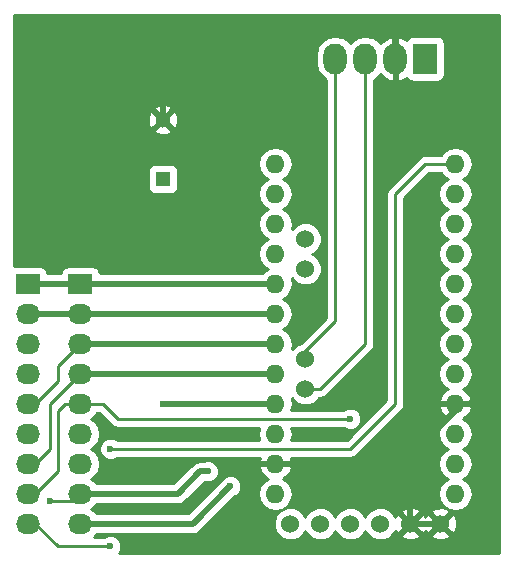
<source format=gbr>
G04 #@! TF.FileFunction,Copper,L2,Bot,Signal*
%FSLAX46Y46*%
G04 Gerber Fmt 4.6, Leading zero omitted, Abs format (unit mm)*
G04 Created by KiCad (PCBNEW 4.0.2-4+6225~38~ubuntu15.10.1-stable) date Mon 06 Jun 2016 09:20:46 PM EDT*
%MOMM*%
G01*
G04 APERTURE LIST*
%ADD10C,0.100000*%
%ADD11R,1.300000X1.300000*%
%ADD12C,1.300000*%
%ADD13R,2.000000X2.600000*%
%ADD14O,2.000000X2.600000*%
%ADD15R,2.032000X1.727200*%
%ADD16O,2.032000X1.727200*%
%ADD17O,1.600000X1.600000*%
%ADD18C,1.524000*%
%ADD19C,0.600000*%
%ADD20C,0.508000*%
%ADD21C,0.250000*%
%ADD22C,0.254000*%
G04 APERTURE END LIST*
D10*
D11*
X131445000Y-106045000D03*
D12*
X131445000Y-101045000D03*
D13*
X153670000Y-95885000D03*
D14*
X151130000Y-95885000D03*
X148590000Y-95885000D03*
X146050000Y-95885000D03*
D15*
X124460000Y-114935000D03*
D16*
X124460000Y-117475000D03*
X124460000Y-120015000D03*
X124460000Y-122555000D03*
X124460000Y-125095000D03*
X124460000Y-127635000D03*
X124460000Y-130175000D03*
X124460000Y-132715000D03*
X124460000Y-135255000D03*
D15*
X120015000Y-114935000D03*
D16*
X120015000Y-117475000D03*
X120015000Y-120015000D03*
X120015000Y-122555000D03*
X120015000Y-125095000D03*
X120015000Y-127635000D03*
X120015000Y-130175000D03*
X120015000Y-132715000D03*
X120015000Y-135255000D03*
D17*
X156210000Y-132715000D03*
X156210000Y-130175000D03*
X156210000Y-127635000D03*
X156210000Y-125095000D03*
X156210000Y-122555000D03*
X156210000Y-120015000D03*
X156210000Y-117475000D03*
X156210000Y-114935000D03*
X156210000Y-112395000D03*
X156210000Y-109855000D03*
X156210000Y-107315000D03*
X156210000Y-104775000D03*
X140970000Y-104775000D03*
X140970000Y-107315000D03*
X140970000Y-109855000D03*
X140970000Y-112395000D03*
X140970000Y-114935000D03*
X140970000Y-117475000D03*
X140970000Y-120015000D03*
X140970000Y-122555000D03*
X140970000Y-125095000D03*
X140970000Y-127635000D03*
X140970000Y-130175000D03*
X140970000Y-132715000D03*
D18*
X154940000Y-135255000D03*
X152400000Y-135255000D03*
X149860000Y-135255000D03*
X147320000Y-135255000D03*
X144780000Y-135255000D03*
X142240000Y-135255000D03*
X143510000Y-111125000D03*
X143510000Y-113665000D03*
X143510000Y-121285000D03*
X143510000Y-123825000D03*
D19*
X131445000Y-125095000D03*
X147320000Y-126365000D03*
X127000000Y-128905000D03*
X127000000Y-137160000D03*
X121920000Y-133350000D03*
X135255000Y-130810000D03*
X137160000Y-132080000D03*
D20*
X140970000Y-125095000D02*
X131445000Y-125095000D01*
X131445000Y-101045000D02*
X131445000Y-95885000D01*
X134620000Y-92710000D02*
X153035000Y-92710000D01*
X131445000Y-95885000D02*
X134620000Y-92710000D01*
X151130000Y-95885000D02*
X151130000Y-93345000D01*
X157480000Y-125095000D02*
X156210000Y-125095000D01*
X158750000Y-123825000D02*
X157480000Y-125095000D01*
X158750000Y-93980000D02*
X158750000Y-123825000D01*
X157480000Y-92710000D02*
X158750000Y-93980000D01*
X151765000Y-92710000D02*
X153035000Y-92710000D01*
X153035000Y-92710000D02*
X157480000Y-92710000D01*
X151130000Y-93345000D02*
X151765000Y-92710000D01*
X156210000Y-125095000D02*
X156210000Y-125730000D01*
X156210000Y-125730000D02*
X151765000Y-130175000D01*
X140970000Y-130175000D02*
X151765000Y-130175000D01*
X152400000Y-130810000D02*
X152400000Y-135255000D01*
X151765000Y-130175000D02*
X152400000Y-130810000D01*
X152400000Y-135255000D02*
X154940000Y-135255000D01*
D21*
X143510000Y-123825000D02*
X144780000Y-123825000D01*
X148590000Y-120015000D02*
X148590000Y-95885000D01*
X144780000Y-123825000D02*
X148590000Y-120015000D01*
X143510000Y-121285000D02*
X143510000Y-120650000D01*
X143510000Y-120650000D02*
X146050000Y-118110000D01*
X146050000Y-118110000D02*
X146050000Y-95885000D01*
D20*
X124460000Y-114935000D02*
X140970000Y-114935000D01*
X120015000Y-114935000D02*
X124460000Y-114935000D01*
X124460000Y-117475000D02*
X140970000Y-117475000D01*
X120015000Y-117475000D02*
X124460000Y-117475000D01*
D21*
X120015000Y-125095000D02*
X120650000Y-125095000D01*
X120650000Y-125095000D02*
X122555000Y-123190000D01*
X122555000Y-123190000D02*
X122555000Y-121920000D01*
X122555000Y-121920000D02*
X124460000Y-120015000D01*
D20*
X140970000Y-120015000D02*
X124460000Y-120015000D01*
D21*
X120015000Y-130175000D02*
X120650000Y-130175000D01*
X120650000Y-130175000D02*
X121920000Y-128905000D01*
X121920000Y-128905000D02*
X121920000Y-125095000D01*
X121920000Y-125095000D02*
X124460000Y-122555000D01*
D20*
X124460000Y-122555000D02*
X140970000Y-122555000D01*
D21*
X124460000Y-125095000D02*
X126365000Y-125095000D01*
X127635000Y-126365000D02*
X147320000Y-126365000D01*
X126365000Y-125095000D02*
X127635000Y-126365000D01*
X120015000Y-132715000D02*
X120650000Y-132715000D01*
X120650000Y-132715000D02*
X122555000Y-130810000D01*
X122555000Y-130810000D02*
X122555000Y-125730000D01*
X122555000Y-125730000D02*
X123190000Y-125095000D01*
X123190000Y-125095000D02*
X124460000Y-125095000D01*
X156210000Y-104775000D02*
X153670000Y-104775000D01*
X151130000Y-107315000D02*
X153670000Y-104775000D01*
X151130000Y-125095000D02*
X151130000Y-107315000D01*
X147320000Y-128905000D02*
X151130000Y-125095000D01*
X147320000Y-128905000D02*
X127000000Y-128905000D01*
X120015000Y-135255000D02*
X120650000Y-135255000D01*
X120650000Y-135255000D02*
X122555000Y-137160000D01*
X122555000Y-137160000D02*
X127000000Y-137160000D01*
X121920000Y-133350000D02*
X123825000Y-133350000D01*
X123825000Y-133350000D02*
X124460000Y-132715000D01*
D20*
X124460000Y-132715000D02*
X132715000Y-132715000D01*
X134620000Y-130810000D02*
X135255000Y-130810000D01*
X132715000Y-132715000D02*
X134620000Y-130810000D01*
X124460000Y-135255000D02*
X133985000Y-135255000D01*
X133985000Y-135255000D02*
X137160000Y-132080000D01*
D22*
G36*
X159945000Y-137720000D02*
X127762467Y-137720000D01*
X127792192Y-137690327D01*
X127934838Y-137346799D01*
X127935162Y-136974833D01*
X127793117Y-136631057D01*
X127530327Y-136367808D01*
X127186799Y-136225162D01*
X126814833Y-136224838D01*
X126471057Y-136366883D01*
X126437882Y-136400000D01*
X125576710Y-136400000D01*
X125704415Y-136314670D01*
X125818453Y-136144000D01*
X133985000Y-136144000D01*
X134325206Y-136076329D01*
X134613618Y-135883618D01*
X137578474Y-132918762D01*
X137688943Y-132873117D01*
X137847336Y-132715000D01*
X139506887Y-132715000D01*
X139616120Y-133264151D01*
X139927189Y-133729698D01*
X140392736Y-134040767D01*
X140941887Y-134150000D01*
X140998113Y-134150000D01*
X141495505Y-134051062D01*
X141449697Y-134069990D01*
X141056371Y-134462630D01*
X140843243Y-134975900D01*
X140842758Y-135531661D01*
X141054990Y-136045303D01*
X141447630Y-136438629D01*
X141960900Y-136651757D01*
X142516661Y-136652242D01*
X143030303Y-136440010D01*
X143423629Y-136047370D01*
X143509949Y-135839488D01*
X143594990Y-136045303D01*
X143987630Y-136438629D01*
X144500900Y-136651757D01*
X145056661Y-136652242D01*
X145570303Y-136440010D01*
X145963629Y-136047370D01*
X146049949Y-135839488D01*
X146134990Y-136045303D01*
X146527630Y-136438629D01*
X147040900Y-136651757D01*
X147596661Y-136652242D01*
X148110303Y-136440010D01*
X148503629Y-136047370D01*
X148589949Y-135839488D01*
X148674990Y-136045303D01*
X149067630Y-136438629D01*
X149580900Y-136651757D01*
X150136661Y-136652242D01*
X150650303Y-136440010D01*
X150855457Y-136235213D01*
X151599392Y-136235213D01*
X151668857Y-136477397D01*
X152192302Y-136664144D01*
X152747368Y-136636362D01*
X153131143Y-136477397D01*
X153200608Y-136235213D01*
X154139392Y-136235213D01*
X154208857Y-136477397D01*
X154732302Y-136664144D01*
X155287368Y-136636362D01*
X155671143Y-136477397D01*
X155740608Y-136235213D01*
X154940000Y-135434605D01*
X154139392Y-136235213D01*
X153200608Y-136235213D01*
X152400000Y-135434605D01*
X151599392Y-136235213D01*
X150855457Y-136235213D01*
X151043629Y-136047370D01*
X151123395Y-135855273D01*
X151177603Y-135986143D01*
X151419787Y-136055608D01*
X152220395Y-135255000D01*
X152579605Y-135255000D01*
X153380213Y-136055608D01*
X153622397Y-135986143D01*
X153666453Y-135862656D01*
X153717603Y-135986143D01*
X153959787Y-136055608D01*
X154760395Y-135255000D01*
X155119605Y-135255000D01*
X155920213Y-136055608D01*
X156162397Y-135986143D01*
X156349144Y-135462698D01*
X156321362Y-134907632D01*
X156162397Y-134523857D01*
X155920213Y-134454392D01*
X155119605Y-135255000D01*
X154760395Y-135255000D01*
X153959787Y-134454392D01*
X153717603Y-134523857D01*
X153673547Y-134647344D01*
X153622397Y-134523857D01*
X153380213Y-134454392D01*
X152579605Y-135255000D01*
X152220395Y-135255000D01*
X151419787Y-134454392D01*
X151177603Y-134523857D01*
X151127491Y-134664318D01*
X151045010Y-134464697D01*
X150855432Y-134274787D01*
X151599392Y-134274787D01*
X152400000Y-135075395D01*
X153200608Y-134274787D01*
X154139392Y-134274787D01*
X154940000Y-135075395D01*
X155740608Y-134274787D01*
X155675950Y-134049363D01*
X156181887Y-134150000D01*
X156238113Y-134150000D01*
X156787264Y-134040767D01*
X157252811Y-133729698D01*
X157563880Y-133264151D01*
X157673113Y-132715000D01*
X157563880Y-132165849D01*
X157252811Y-131700302D01*
X156870725Y-131445000D01*
X157252811Y-131189698D01*
X157563880Y-130724151D01*
X157673113Y-130175000D01*
X157563880Y-129625849D01*
X157252811Y-129160302D01*
X156870725Y-128905000D01*
X157252811Y-128649698D01*
X157563880Y-128184151D01*
X157673113Y-127635000D01*
X157563880Y-127085849D01*
X157252811Y-126620302D01*
X156848297Y-126350014D01*
X157065134Y-126247389D01*
X157441041Y-125832423D01*
X157601904Y-125444039D01*
X157479915Y-125222000D01*
X156337000Y-125222000D01*
X156337000Y-125242000D01*
X156083000Y-125242000D01*
X156083000Y-125222000D01*
X154940085Y-125222000D01*
X154818096Y-125444039D01*
X154978959Y-125832423D01*
X155354866Y-126247389D01*
X155571703Y-126350014D01*
X155167189Y-126620302D01*
X154856120Y-127085849D01*
X154746887Y-127635000D01*
X154856120Y-128184151D01*
X155167189Y-128649698D01*
X155549275Y-128905000D01*
X155167189Y-129160302D01*
X154856120Y-129625849D01*
X154746887Y-130175000D01*
X154856120Y-130724151D01*
X155167189Y-131189698D01*
X155549275Y-131445000D01*
X155167189Y-131700302D01*
X154856120Y-132165849D01*
X154746887Y-132715000D01*
X154856120Y-133264151D01*
X155167189Y-133729698D01*
X155562520Y-133993850D01*
X155147698Y-133845856D01*
X154592632Y-133873638D01*
X154208857Y-134032603D01*
X154139392Y-134274787D01*
X153200608Y-134274787D01*
X153131143Y-134032603D01*
X152607698Y-133845856D01*
X152052632Y-133873638D01*
X151668857Y-134032603D01*
X151599392Y-134274787D01*
X150855432Y-134274787D01*
X150652370Y-134071371D01*
X150139100Y-133858243D01*
X149583339Y-133857758D01*
X149069697Y-134069990D01*
X148676371Y-134462630D01*
X148590051Y-134670512D01*
X148505010Y-134464697D01*
X148112370Y-134071371D01*
X147599100Y-133858243D01*
X147043339Y-133857758D01*
X146529697Y-134069990D01*
X146136371Y-134462630D01*
X146050051Y-134670512D01*
X145965010Y-134464697D01*
X145572370Y-134071371D01*
X145059100Y-133858243D01*
X144503339Y-133857758D01*
X143989697Y-134069990D01*
X143596371Y-134462630D01*
X143510051Y-134670512D01*
X143425010Y-134464697D01*
X143032370Y-134071371D01*
X142519100Y-133858243D01*
X141963339Y-133857758D01*
X141590759Y-134011705D01*
X142012811Y-133729698D01*
X142323880Y-133264151D01*
X142433113Y-132715000D01*
X142323880Y-132165849D01*
X142012811Y-131700302D01*
X141608297Y-131430014D01*
X141825134Y-131327389D01*
X142201041Y-130912423D01*
X142361904Y-130524039D01*
X142239915Y-130302000D01*
X141097000Y-130302000D01*
X141097000Y-130322000D01*
X140843000Y-130322000D01*
X140843000Y-130302000D01*
X139700085Y-130302000D01*
X139578096Y-130524039D01*
X139738959Y-130912423D01*
X140114866Y-131327389D01*
X140331703Y-131430014D01*
X139927189Y-131700302D01*
X139616120Y-132165849D01*
X139506887Y-132715000D01*
X137847336Y-132715000D01*
X137952192Y-132610327D01*
X138094838Y-132266799D01*
X138095162Y-131894833D01*
X137953117Y-131551057D01*
X137690327Y-131287808D01*
X137346799Y-131145162D01*
X136974833Y-131144838D01*
X136631057Y-131286883D01*
X136367808Y-131549673D01*
X136321451Y-131661313D01*
X133616764Y-134366000D01*
X125818453Y-134366000D01*
X125704415Y-134195330D01*
X125389634Y-133985000D01*
X125704415Y-133774670D01*
X125818453Y-133604000D01*
X132715000Y-133604000D01*
X133055206Y-133536329D01*
X133343618Y-133343618D01*
X134979309Y-131707927D01*
X135068201Y-131744838D01*
X135440167Y-131745162D01*
X135783943Y-131603117D01*
X136047192Y-131340327D01*
X136189838Y-130996799D01*
X136190162Y-130624833D01*
X136048117Y-130281057D01*
X135785327Y-130017808D01*
X135441799Y-129875162D01*
X135069833Y-129874838D01*
X134958112Y-129921000D01*
X134620000Y-129921000D01*
X134279794Y-129988671D01*
X134000933Y-130175000D01*
X133991382Y-130181382D01*
X132346764Y-131826000D01*
X125818453Y-131826000D01*
X125704415Y-131655330D01*
X125389634Y-131445000D01*
X125704415Y-131234670D01*
X126029271Y-130748489D01*
X126143345Y-130175000D01*
X126029271Y-129601511D01*
X125704415Y-129115330D01*
X125389634Y-128905000D01*
X125704415Y-128694670D01*
X126029271Y-128208489D01*
X126143345Y-127635000D01*
X126029271Y-127061511D01*
X125704415Y-126575330D01*
X125389634Y-126365000D01*
X125704415Y-126154670D01*
X125904648Y-125855000D01*
X126050198Y-125855000D01*
X127097599Y-126902401D01*
X127344160Y-127067148D01*
X127635000Y-127125000D01*
X139608332Y-127125000D01*
X139506887Y-127635000D01*
X139608332Y-128145000D01*
X127562463Y-128145000D01*
X127530327Y-128112808D01*
X127186799Y-127970162D01*
X126814833Y-127969838D01*
X126471057Y-128111883D01*
X126207808Y-128374673D01*
X126065162Y-128718201D01*
X126064838Y-129090167D01*
X126206883Y-129433943D01*
X126469673Y-129697192D01*
X126813201Y-129839838D01*
X127185167Y-129840162D01*
X127528943Y-129698117D01*
X127562118Y-129665000D01*
X139644764Y-129665000D01*
X139578096Y-129825961D01*
X139700085Y-130048000D01*
X140843000Y-130048000D01*
X140843000Y-130028000D01*
X141097000Y-130028000D01*
X141097000Y-130048000D01*
X142239915Y-130048000D01*
X142361904Y-129825961D01*
X142295236Y-129665000D01*
X147320000Y-129665000D01*
X147610839Y-129607148D01*
X147857401Y-129442401D01*
X151667401Y-125632401D01*
X151832148Y-125385839D01*
X151890000Y-125095000D01*
X151890000Y-107629802D01*
X153984802Y-105535000D01*
X154997005Y-105535000D01*
X155167189Y-105789698D01*
X155549275Y-106045000D01*
X155167189Y-106300302D01*
X154856120Y-106765849D01*
X154746887Y-107315000D01*
X154856120Y-107864151D01*
X155167189Y-108329698D01*
X155549275Y-108585000D01*
X155167189Y-108840302D01*
X154856120Y-109305849D01*
X154746887Y-109855000D01*
X154856120Y-110404151D01*
X155167189Y-110869698D01*
X155549275Y-111125000D01*
X155167189Y-111380302D01*
X154856120Y-111845849D01*
X154746887Y-112395000D01*
X154856120Y-112944151D01*
X155167189Y-113409698D01*
X155549275Y-113665000D01*
X155167189Y-113920302D01*
X154856120Y-114385849D01*
X154746887Y-114935000D01*
X154856120Y-115484151D01*
X155167189Y-115949698D01*
X155549275Y-116205000D01*
X155167189Y-116460302D01*
X154856120Y-116925849D01*
X154746887Y-117475000D01*
X154856120Y-118024151D01*
X155167189Y-118489698D01*
X155549275Y-118745000D01*
X155167189Y-119000302D01*
X154856120Y-119465849D01*
X154746887Y-120015000D01*
X154856120Y-120564151D01*
X155167189Y-121029698D01*
X155549275Y-121285000D01*
X155167189Y-121540302D01*
X154856120Y-122005849D01*
X154746887Y-122555000D01*
X154856120Y-123104151D01*
X155167189Y-123569698D01*
X155571703Y-123839986D01*
X155354866Y-123942611D01*
X154978959Y-124357577D01*
X154818096Y-124745961D01*
X154940085Y-124968000D01*
X156083000Y-124968000D01*
X156083000Y-124948000D01*
X156337000Y-124948000D01*
X156337000Y-124968000D01*
X157479915Y-124968000D01*
X157601904Y-124745961D01*
X157441041Y-124357577D01*
X157065134Y-123942611D01*
X156848297Y-123839986D01*
X157252811Y-123569698D01*
X157563880Y-123104151D01*
X157673113Y-122555000D01*
X157563880Y-122005849D01*
X157252811Y-121540302D01*
X156870725Y-121285000D01*
X157252811Y-121029698D01*
X157563880Y-120564151D01*
X157673113Y-120015000D01*
X157563880Y-119465849D01*
X157252811Y-119000302D01*
X156870725Y-118745000D01*
X157252811Y-118489698D01*
X157563880Y-118024151D01*
X157673113Y-117475000D01*
X157563880Y-116925849D01*
X157252811Y-116460302D01*
X156870725Y-116205000D01*
X157252811Y-115949698D01*
X157563880Y-115484151D01*
X157673113Y-114935000D01*
X157563880Y-114385849D01*
X157252811Y-113920302D01*
X156870725Y-113665000D01*
X157252811Y-113409698D01*
X157563880Y-112944151D01*
X157673113Y-112395000D01*
X157563880Y-111845849D01*
X157252811Y-111380302D01*
X156870725Y-111125000D01*
X157252811Y-110869698D01*
X157563880Y-110404151D01*
X157673113Y-109855000D01*
X157563880Y-109305849D01*
X157252811Y-108840302D01*
X156870725Y-108585000D01*
X157252811Y-108329698D01*
X157563880Y-107864151D01*
X157673113Y-107315000D01*
X157563880Y-106765849D01*
X157252811Y-106300302D01*
X156870725Y-106045000D01*
X157252811Y-105789698D01*
X157563880Y-105324151D01*
X157673113Y-104775000D01*
X157563880Y-104225849D01*
X157252811Y-103760302D01*
X156787264Y-103449233D01*
X156238113Y-103340000D01*
X156181887Y-103340000D01*
X155632736Y-103449233D01*
X155167189Y-103760302D01*
X154997005Y-104015000D01*
X153670000Y-104015000D01*
X153427414Y-104063254D01*
X153379160Y-104072852D01*
X153132599Y-104237599D01*
X150592599Y-106777599D01*
X150427852Y-107024161D01*
X150370000Y-107315000D01*
X150370000Y-124780198D01*
X147005198Y-128145000D01*
X142331668Y-128145000D01*
X142433113Y-127635000D01*
X142331668Y-127125000D01*
X146757537Y-127125000D01*
X146789673Y-127157192D01*
X147133201Y-127299838D01*
X147505167Y-127300162D01*
X147848943Y-127158117D01*
X148112192Y-126895327D01*
X148254838Y-126551799D01*
X148255162Y-126179833D01*
X148113117Y-125836057D01*
X147850327Y-125572808D01*
X147506799Y-125430162D01*
X147134833Y-125429838D01*
X146791057Y-125571883D01*
X146757882Y-125605000D01*
X142331668Y-125605000D01*
X142433113Y-125095000D01*
X142340857Y-124631198D01*
X142717630Y-125008629D01*
X143230900Y-125221757D01*
X143786661Y-125222242D01*
X144300303Y-125010010D01*
X144693629Y-124617370D01*
X144707070Y-124585000D01*
X144780000Y-124585000D01*
X145070839Y-124527148D01*
X145317401Y-124362401D01*
X149127401Y-120552401D01*
X149292148Y-120305839D01*
X149350000Y-120015000D01*
X149350000Y-97643707D01*
X149746120Y-97379029D01*
X149873219Y-97188812D01*
X150063683Y-97430922D01*
X150621645Y-97744144D01*
X150749566Y-97775124D01*
X151003000Y-97655777D01*
X151003000Y-96012000D01*
X150983000Y-96012000D01*
X150983000Y-95758000D01*
X151003000Y-95758000D01*
X151003000Y-94114223D01*
X151257000Y-94114223D01*
X151257000Y-95758000D01*
X151277000Y-95758000D01*
X151277000Y-96012000D01*
X151257000Y-96012000D01*
X151257000Y-97655777D01*
X151510434Y-97775124D01*
X151638355Y-97744144D01*
X152106211Y-97481505D01*
X152205910Y-97636441D01*
X152418110Y-97781431D01*
X152670000Y-97832440D01*
X154670000Y-97832440D01*
X154905317Y-97788162D01*
X155121441Y-97649090D01*
X155266431Y-97436890D01*
X155317440Y-97185000D01*
X155317440Y-94585000D01*
X155273162Y-94349683D01*
X155134090Y-94133559D01*
X154921890Y-93988569D01*
X154670000Y-93937560D01*
X152670000Y-93937560D01*
X152434683Y-93981838D01*
X152218559Y-94120910D01*
X152104651Y-94287620D01*
X151638355Y-94025856D01*
X151510434Y-93994876D01*
X151257000Y-94114223D01*
X151003000Y-94114223D01*
X150749566Y-93994876D01*
X150621645Y-94025856D01*
X150063683Y-94339078D01*
X149873219Y-94581188D01*
X149746120Y-94390971D01*
X149215687Y-94036548D01*
X148590000Y-93912091D01*
X147964313Y-94036548D01*
X147433880Y-94390971D01*
X147320000Y-94561405D01*
X147206120Y-94390971D01*
X146675687Y-94036548D01*
X146050000Y-93912091D01*
X145424313Y-94036548D01*
X144893880Y-94390971D01*
X144539457Y-94921404D01*
X144415000Y-95547091D01*
X144415000Y-96222909D01*
X144539457Y-96848596D01*
X144893880Y-97379029D01*
X145290000Y-97643707D01*
X145290000Y-117795198D01*
X143172162Y-119913036D01*
X142719697Y-120099990D01*
X142341014Y-120478013D01*
X142433113Y-120015000D01*
X142323880Y-119465849D01*
X142012811Y-119000302D01*
X141630725Y-118745000D01*
X142012811Y-118489698D01*
X142323880Y-118024151D01*
X142433113Y-117475000D01*
X142323880Y-116925849D01*
X142012811Y-116460302D01*
X141630725Y-116205000D01*
X142012811Y-115949698D01*
X142323880Y-115484151D01*
X142433113Y-114935000D01*
X142340857Y-114471198D01*
X142717630Y-114848629D01*
X143230900Y-115061757D01*
X143786661Y-115062242D01*
X144300303Y-114850010D01*
X144693629Y-114457370D01*
X144906757Y-113944100D01*
X144907242Y-113388339D01*
X144695010Y-112874697D01*
X144302370Y-112481371D01*
X144094488Y-112395051D01*
X144300303Y-112310010D01*
X144693629Y-111917370D01*
X144906757Y-111404100D01*
X144907242Y-110848339D01*
X144695010Y-110334697D01*
X144302370Y-109941371D01*
X143789100Y-109728243D01*
X143233339Y-109727758D01*
X142719697Y-109939990D01*
X142341014Y-110318013D01*
X142433113Y-109855000D01*
X142323880Y-109305849D01*
X142012811Y-108840302D01*
X141630725Y-108585000D01*
X142012811Y-108329698D01*
X142323880Y-107864151D01*
X142433113Y-107315000D01*
X142323880Y-106765849D01*
X142012811Y-106300302D01*
X141630725Y-106045000D01*
X142012811Y-105789698D01*
X142323880Y-105324151D01*
X142433113Y-104775000D01*
X142323880Y-104225849D01*
X142012811Y-103760302D01*
X141547264Y-103449233D01*
X140998113Y-103340000D01*
X140941887Y-103340000D01*
X140392736Y-103449233D01*
X139927189Y-103760302D01*
X139616120Y-104225849D01*
X139506887Y-104775000D01*
X139616120Y-105324151D01*
X139927189Y-105789698D01*
X140309275Y-106045000D01*
X139927189Y-106300302D01*
X139616120Y-106765849D01*
X139506887Y-107315000D01*
X139616120Y-107864151D01*
X139927189Y-108329698D01*
X140309275Y-108585000D01*
X139927189Y-108840302D01*
X139616120Y-109305849D01*
X139506887Y-109855000D01*
X139616120Y-110404151D01*
X139927189Y-110869698D01*
X140309275Y-111125000D01*
X139927189Y-111380302D01*
X139616120Y-111845849D01*
X139506887Y-112395000D01*
X139616120Y-112944151D01*
X139927189Y-113409698D01*
X140309275Y-113665000D01*
X139927189Y-113920302D01*
X139843200Y-114046000D01*
X126118661Y-114046000D01*
X126079162Y-113836083D01*
X125940090Y-113619959D01*
X125727890Y-113474969D01*
X125476000Y-113423960D01*
X123444000Y-113423960D01*
X123208683Y-113468238D01*
X122992559Y-113607310D01*
X122847569Y-113819510D01*
X122801704Y-114046000D01*
X121673661Y-114046000D01*
X121634162Y-113836083D01*
X121495090Y-113619959D01*
X121282890Y-113474969D01*
X121031000Y-113423960D01*
X118999000Y-113423960D01*
X118820000Y-113457641D01*
X118820000Y-105395000D01*
X130147560Y-105395000D01*
X130147560Y-106695000D01*
X130191838Y-106930317D01*
X130330910Y-107146441D01*
X130543110Y-107291431D01*
X130795000Y-107342440D01*
X132095000Y-107342440D01*
X132330317Y-107298162D01*
X132546441Y-107159090D01*
X132691431Y-106946890D01*
X132742440Y-106695000D01*
X132742440Y-105395000D01*
X132698162Y-105159683D01*
X132559090Y-104943559D01*
X132346890Y-104798569D01*
X132095000Y-104747560D01*
X130795000Y-104747560D01*
X130559683Y-104791838D01*
X130343559Y-104930910D01*
X130198569Y-105143110D01*
X130147560Y-105395000D01*
X118820000Y-105395000D01*
X118820000Y-101944016D01*
X130725590Y-101944016D01*
X130781271Y-102174611D01*
X131264078Y-102342622D01*
X131774428Y-102313083D01*
X132108729Y-102174611D01*
X132164410Y-101944016D01*
X131445000Y-101224605D01*
X130725590Y-101944016D01*
X118820000Y-101944016D01*
X118820000Y-100864078D01*
X130147378Y-100864078D01*
X130176917Y-101374428D01*
X130315389Y-101708729D01*
X130545984Y-101764410D01*
X131265395Y-101045000D01*
X131624605Y-101045000D01*
X132344016Y-101764410D01*
X132574611Y-101708729D01*
X132742622Y-101225922D01*
X132713083Y-100715572D01*
X132574611Y-100381271D01*
X132344016Y-100325590D01*
X131624605Y-101045000D01*
X131265395Y-101045000D01*
X130545984Y-100325590D01*
X130315389Y-100381271D01*
X130147378Y-100864078D01*
X118820000Y-100864078D01*
X118820000Y-100145984D01*
X130725590Y-100145984D01*
X131445000Y-100865395D01*
X132164410Y-100145984D01*
X132108729Y-99915389D01*
X131625922Y-99747378D01*
X131115572Y-99776917D01*
X130781271Y-99915389D01*
X130725590Y-100145984D01*
X118820000Y-100145984D01*
X118820000Y-92150000D01*
X159945000Y-92150000D01*
X159945000Y-137720000D01*
X159945000Y-137720000D01*
G37*
X159945000Y-137720000D02*
X127762467Y-137720000D01*
X127792192Y-137690327D01*
X127934838Y-137346799D01*
X127935162Y-136974833D01*
X127793117Y-136631057D01*
X127530327Y-136367808D01*
X127186799Y-136225162D01*
X126814833Y-136224838D01*
X126471057Y-136366883D01*
X126437882Y-136400000D01*
X125576710Y-136400000D01*
X125704415Y-136314670D01*
X125818453Y-136144000D01*
X133985000Y-136144000D01*
X134325206Y-136076329D01*
X134613618Y-135883618D01*
X137578474Y-132918762D01*
X137688943Y-132873117D01*
X137847336Y-132715000D01*
X139506887Y-132715000D01*
X139616120Y-133264151D01*
X139927189Y-133729698D01*
X140392736Y-134040767D01*
X140941887Y-134150000D01*
X140998113Y-134150000D01*
X141495505Y-134051062D01*
X141449697Y-134069990D01*
X141056371Y-134462630D01*
X140843243Y-134975900D01*
X140842758Y-135531661D01*
X141054990Y-136045303D01*
X141447630Y-136438629D01*
X141960900Y-136651757D01*
X142516661Y-136652242D01*
X143030303Y-136440010D01*
X143423629Y-136047370D01*
X143509949Y-135839488D01*
X143594990Y-136045303D01*
X143987630Y-136438629D01*
X144500900Y-136651757D01*
X145056661Y-136652242D01*
X145570303Y-136440010D01*
X145963629Y-136047370D01*
X146049949Y-135839488D01*
X146134990Y-136045303D01*
X146527630Y-136438629D01*
X147040900Y-136651757D01*
X147596661Y-136652242D01*
X148110303Y-136440010D01*
X148503629Y-136047370D01*
X148589949Y-135839488D01*
X148674990Y-136045303D01*
X149067630Y-136438629D01*
X149580900Y-136651757D01*
X150136661Y-136652242D01*
X150650303Y-136440010D01*
X150855457Y-136235213D01*
X151599392Y-136235213D01*
X151668857Y-136477397D01*
X152192302Y-136664144D01*
X152747368Y-136636362D01*
X153131143Y-136477397D01*
X153200608Y-136235213D01*
X154139392Y-136235213D01*
X154208857Y-136477397D01*
X154732302Y-136664144D01*
X155287368Y-136636362D01*
X155671143Y-136477397D01*
X155740608Y-136235213D01*
X154940000Y-135434605D01*
X154139392Y-136235213D01*
X153200608Y-136235213D01*
X152400000Y-135434605D01*
X151599392Y-136235213D01*
X150855457Y-136235213D01*
X151043629Y-136047370D01*
X151123395Y-135855273D01*
X151177603Y-135986143D01*
X151419787Y-136055608D01*
X152220395Y-135255000D01*
X152579605Y-135255000D01*
X153380213Y-136055608D01*
X153622397Y-135986143D01*
X153666453Y-135862656D01*
X153717603Y-135986143D01*
X153959787Y-136055608D01*
X154760395Y-135255000D01*
X155119605Y-135255000D01*
X155920213Y-136055608D01*
X156162397Y-135986143D01*
X156349144Y-135462698D01*
X156321362Y-134907632D01*
X156162397Y-134523857D01*
X155920213Y-134454392D01*
X155119605Y-135255000D01*
X154760395Y-135255000D01*
X153959787Y-134454392D01*
X153717603Y-134523857D01*
X153673547Y-134647344D01*
X153622397Y-134523857D01*
X153380213Y-134454392D01*
X152579605Y-135255000D01*
X152220395Y-135255000D01*
X151419787Y-134454392D01*
X151177603Y-134523857D01*
X151127491Y-134664318D01*
X151045010Y-134464697D01*
X150855432Y-134274787D01*
X151599392Y-134274787D01*
X152400000Y-135075395D01*
X153200608Y-134274787D01*
X154139392Y-134274787D01*
X154940000Y-135075395D01*
X155740608Y-134274787D01*
X155675950Y-134049363D01*
X156181887Y-134150000D01*
X156238113Y-134150000D01*
X156787264Y-134040767D01*
X157252811Y-133729698D01*
X157563880Y-133264151D01*
X157673113Y-132715000D01*
X157563880Y-132165849D01*
X157252811Y-131700302D01*
X156870725Y-131445000D01*
X157252811Y-131189698D01*
X157563880Y-130724151D01*
X157673113Y-130175000D01*
X157563880Y-129625849D01*
X157252811Y-129160302D01*
X156870725Y-128905000D01*
X157252811Y-128649698D01*
X157563880Y-128184151D01*
X157673113Y-127635000D01*
X157563880Y-127085849D01*
X157252811Y-126620302D01*
X156848297Y-126350014D01*
X157065134Y-126247389D01*
X157441041Y-125832423D01*
X157601904Y-125444039D01*
X157479915Y-125222000D01*
X156337000Y-125222000D01*
X156337000Y-125242000D01*
X156083000Y-125242000D01*
X156083000Y-125222000D01*
X154940085Y-125222000D01*
X154818096Y-125444039D01*
X154978959Y-125832423D01*
X155354866Y-126247389D01*
X155571703Y-126350014D01*
X155167189Y-126620302D01*
X154856120Y-127085849D01*
X154746887Y-127635000D01*
X154856120Y-128184151D01*
X155167189Y-128649698D01*
X155549275Y-128905000D01*
X155167189Y-129160302D01*
X154856120Y-129625849D01*
X154746887Y-130175000D01*
X154856120Y-130724151D01*
X155167189Y-131189698D01*
X155549275Y-131445000D01*
X155167189Y-131700302D01*
X154856120Y-132165849D01*
X154746887Y-132715000D01*
X154856120Y-133264151D01*
X155167189Y-133729698D01*
X155562520Y-133993850D01*
X155147698Y-133845856D01*
X154592632Y-133873638D01*
X154208857Y-134032603D01*
X154139392Y-134274787D01*
X153200608Y-134274787D01*
X153131143Y-134032603D01*
X152607698Y-133845856D01*
X152052632Y-133873638D01*
X151668857Y-134032603D01*
X151599392Y-134274787D01*
X150855432Y-134274787D01*
X150652370Y-134071371D01*
X150139100Y-133858243D01*
X149583339Y-133857758D01*
X149069697Y-134069990D01*
X148676371Y-134462630D01*
X148590051Y-134670512D01*
X148505010Y-134464697D01*
X148112370Y-134071371D01*
X147599100Y-133858243D01*
X147043339Y-133857758D01*
X146529697Y-134069990D01*
X146136371Y-134462630D01*
X146050051Y-134670512D01*
X145965010Y-134464697D01*
X145572370Y-134071371D01*
X145059100Y-133858243D01*
X144503339Y-133857758D01*
X143989697Y-134069990D01*
X143596371Y-134462630D01*
X143510051Y-134670512D01*
X143425010Y-134464697D01*
X143032370Y-134071371D01*
X142519100Y-133858243D01*
X141963339Y-133857758D01*
X141590759Y-134011705D01*
X142012811Y-133729698D01*
X142323880Y-133264151D01*
X142433113Y-132715000D01*
X142323880Y-132165849D01*
X142012811Y-131700302D01*
X141608297Y-131430014D01*
X141825134Y-131327389D01*
X142201041Y-130912423D01*
X142361904Y-130524039D01*
X142239915Y-130302000D01*
X141097000Y-130302000D01*
X141097000Y-130322000D01*
X140843000Y-130322000D01*
X140843000Y-130302000D01*
X139700085Y-130302000D01*
X139578096Y-130524039D01*
X139738959Y-130912423D01*
X140114866Y-131327389D01*
X140331703Y-131430014D01*
X139927189Y-131700302D01*
X139616120Y-132165849D01*
X139506887Y-132715000D01*
X137847336Y-132715000D01*
X137952192Y-132610327D01*
X138094838Y-132266799D01*
X138095162Y-131894833D01*
X137953117Y-131551057D01*
X137690327Y-131287808D01*
X137346799Y-131145162D01*
X136974833Y-131144838D01*
X136631057Y-131286883D01*
X136367808Y-131549673D01*
X136321451Y-131661313D01*
X133616764Y-134366000D01*
X125818453Y-134366000D01*
X125704415Y-134195330D01*
X125389634Y-133985000D01*
X125704415Y-133774670D01*
X125818453Y-133604000D01*
X132715000Y-133604000D01*
X133055206Y-133536329D01*
X133343618Y-133343618D01*
X134979309Y-131707927D01*
X135068201Y-131744838D01*
X135440167Y-131745162D01*
X135783943Y-131603117D01*
X136047192Y-131340327D01*
X136189838Y-130996799D01*
X136190162Y-130624833D01*
X136048117Y-130281057D01*
X135785327Y-130017808D01*
X135441799Y-129875162D01*
X135069833Y-129874838D01*
X134958112Y-129921000D01*
X134620000Y-129921000D01*
X134279794Y-129988671D01*
X134000933Y-130175000D01*
X133991382Y-130181382D01*
X132346764Y-131826000D01*
X125818453Y-131826000D01*
X125704415Y-131655330D01*
X125389634Y-131445000D01*
X125704415Y-131234670D01*
X126029271Y-130748489D01*
X126143345Y-130175000D01*
X126029271Y-129601511D01*
X125704415Y-129115330D01*
X125389634Y-128905000D01*
X125704415Y-128694670D01*
X126029271Y-128208489D01*
X126143345Y-127635000D01*
X126029271Y-127061511D01*
X125704415Y-126575330D01*
X125389634Y-126365000D01*
X125704415Y-126154670D01*
X125904648Y-125855000D01*
X126050198Y-125855000D01*
X127097599Y-126902401D01*
X127344160Y-127067148D01*
X127635000Y-127125000D01*
X139608332Y-127125000D01*
X139506887Y-127635000D01*
X139608332Y-128145000D01*
X127562463Y-128145000D01*
X127530327Y-128112808D01*
X127186799Y-127970162D01*
X126814833Y-127969838D01*
X126471057Y-128111883D01*
X126207808Y-128374673D01*
X126065162Y-128718201D01*
X126064838Y-129090167D01*
X126206883Y-129433943D01*
X126469673Y-129697192D01*
X126813201Y-129839838D01*
X127185167Y-129840162D01*
X127528943Y-129698117D01*
X127562118Y-129665000D01*
X139644764Y-129665000D01*
X139578096Y-129825961D01*
X139700085Y-130048000D01*
X140843000Y-130048000D01*
X140843000Y-130028000D01*
X141097000Y-130028000D01*
X141097000Y-130048000D01*
X142239915Y-130048000D01*
X142361904Y-129825961D01*
X142295236Y-129665000D01*
X147320000Y-129665000D01*
X147610839Y-129607148D01*
X147857401Y-129442401D01*
X151667401Y-125632401D01*
X151832148Y-125385839D01*
X151890000Y-125095000D01*
X151890000Y-107629802D01*
X153984802Y-105535000D01*
X154997005Y-105535000D01*
X155167189Y-105789698D01*
X155549275Y-106045000D01*
X155167189Y-106300302D01*
X154856120Y-106765849D01*
X154746887Y-107315000D01*
X154856120Y-107864151D01*
X155167189Y-108329698D01*
X155549275Y-108585000D01*
X155167189Y-108840302D01*
X154856120Y-109305849D01*
X154746887Y-109855000D01*
X154856120Y-110404151D01*
X155167189Y-110869698D01*
X155549275Y-111125000D01*
X155167189Y-111380302D01*
X154856120Y-111845849D01*
X154746887Y-112395000D01*
X154856120Y-112944151D01*
X155167189Y-113409698D01*
X155549275Y-113665000D01*
X155167189Y-113920302D01*
X154856120Y-114385849D01*
X154746887Y-114935000D01*
X154856120Y-115484151D01*
X155167189Y-115949698D01*
X155549275Y-116205000D01*
X155167189Y-116460302D01*
X154856120Y-116925849D01*
X154746887Y-117475000D01*
X154856120Y-118024151D01*
X155167189Y-118489698D01*
X155549275Y-118745000D01*
X155167189Y-119000302D01*
X154856120Y-119465849D01*
X154746887Y-120015000D01*
X154856120Y-120564151D01*
X155167189Y-121029698D01*
X155549275Y-121285000D01*
X155167189Y-121540302D01*
X154856120Y-122005849D01*
X154746887Y-122555000D01*
X154856120Y-123104151D01*
X155167189Y-123569698D01*
X155571703Y-123839986D01*
X155354866Y-123942611D01*
X154978959Y-124357577D01*
X154818096Y-124745961D01*
X154940085Y-124968000D01*
X156083000Y-124968000D01*
X156083000Y-124948000D01*
X156337000Y-124948000D01*
X156337000Y-124968000D01*
X157479915Y-124968000D01*
X157601904Y-124745961D01*
X157441041Y-124357577D01*
X157065134Y-123942611D01*
X156848297Y-123839986D01*
X157252811Y-123569698D01*
X157563880Y-123104151D01*
X157673113Y-122555000D01*
X157563880Y-122005849D01*
X157252811Y-121540302D01*
X156870725Y-121285000D01*
X157252811Y-121029698D01*
X157563880Y-120564151D01*
X157673113Y-120015000D01*
X157563880Y-119465849D01*
X157252811Y-119000302D01*
X156870725Y-118745000D01*
X157252811Y-118489698D01*
X157563880Y-118024151D01*
X157673113Y-117475000D01*
X157563880Y-116925849D01*
X157252811Y-116460302D01*
X156870725Y-116205000D01*
X157252811Y-115949698D01*
X157563880Y-115484151D01*
X157673113Y-114935000D01*
X157563880Y-114385849D01*
X157252811Y-113920302D01*
X156870725Y-113665000D01*
X157252811Y-113409698D01*
X157563880Y-112944151D01*
X157673113Y-112395000D01*
X157563880Y-111845849D01*
X157252811Y-111380302D01*
X156870725Y-111125000D01*
X157252811Y-110869698D01*
X157563880Y-110404151D01*
X157673113Y-109855000D01*
X157563880Y-109305849D01*
X157252811Y-108840302D01*
X156870725Y-108585000D01*
X157252811Y-108329698D01*
X157563880Y-107864151D01*
X157673113Y-107315000D01*
X157563880Y-106765849D01*
X157252811Y-106300302D01*
X156870725Y-106045000D01*
X157252811Y-105789698D01*
X157563880Y-105324151D01*
X157673113Y-104775000D01*
X157563880Y-104225849D01*
X157252811Y-103760302D01*
X156787264Y-103449233D01*
X156238113Y-103340000D01*
X156181887Y-103340000D01*
X155632736Y-103449233D01*
X155167189Y-103760302D01*
X154997005Y-104015000D01*
X153670000Y-104015000D01*
X153427414Y-104063254D01*
X153379160Y-104072852D01*
X153132599Y-104237599D01*
X150592599Y-106777599D01*
X150427852Y-107024161D01*
X150370000Y-107315000D01*
X150370000Y-124780198D01*
X147005198Y-128145000D01*
X142331668Y-128145000D01*
X142433113Y-127635000D01*
X142331668Y-127125000D01*
X146757537Y-127125000D01*
X146789673Y-127157192D01*
X147133201Y-127299838D01*
X147505167Y-127300162D01*
X147848943Y-127158117D01*
X148112192Y-126895327D01*
X148254838Y-126551799D01*
X148255162Y-126179833D01*
X148113117Y-125836057D01*
X147850327Y-125572808D01*
X147506799Y-125430162D01*
X147134833Y-125429838D01*
X146791057Y-125571883D01*
X146757882Y-125605000D01*
X142331668Y-125605000D01*
X142433113Y-125095000D01*
X142340857Y-124631198D01*
X142717630Y-125008629D01*
X143230900Y-125221757D01*
X143786661Y-125222242D01*
X144300303Y-125010010D01*
X144693629Y-124617370D01*
X144707070Y-124585000D01*
X144780000Y-124585000D01*
X145070839Y-124527148D01*
X145317401Y-124362401D01*
X149127401Y-120552401D01*
X149292148Y-120305839D01*
X149350000Y-120015000D01*
X149350000Y-97643707D01*
X149746120Y-97379029D01*
X149873219Y-97188812D01*
X150063683Y-97430922D01*
X150621645Y-97744144D01*
X150749566Y-97775124D01*
X151003000Y-97655777D01*
X151003000Y-96012000D01*
X150983000Y-96012000D01*
X150983000Y-95758000D01*
X151003000Y-95758000D01*
X151003000Y-94114223D01*
X151257000Y-94114223D01*
X151257000Y-95758000D01*
X151277000Y-95758000D01*
X151277000Y-96012000D01*
X151257000Y-96012000D01*
X151257000Y-97655777D01*
X151510434Y-97775124D01*
X151638355Y-97744144D01*
X152106211Y-97481505D01*
X152205910Y-97636441D01*
X152418110Y-97781431D01*
X152670000Y-97832440D01*
X154670000Y-97832440D01*
X154905317Y-97788162D01*
X155121441Y-97649090D01*
X155266431Y-97436890D01*
X155317440Y-97185000D01*
X155317440Y-94585000D01*
X155273162Y-94349683D01*
X155134090Y-94133559D01*
X154921890Y-93988569D01*
X154670000Y-93937560D01*
X152670000Y-93937560D01*
X152434683Y-93981838D01*
X152218559Y-94120910D01*
X152104651Y-94287620D01*
X151638355Y-94025856D01*
X151510434Y-93994876D01*
X151257000Y-94114223D01*
X151003000Y-94114223D01*
X150749566Y-93994876D01*
X150621645Y-94025856D01*
X150063683Y-94339078D01*
X149873219Y-94581188D01*
X149746120Y-94390971D01*
X149215687Y-94036548D01*
X148590000Y-93912091D01*
X147964313Y-94036548D01*
X147433880Y-94390971D01*
X147320000Y-94561405D01*
X147206120Y-94390971D01*
X146675687Y-94036548D01*
X146050000Y-93912091D01*
X145424313Y-94036548D01*
X144893880Y-94390971D01*
X144539457Y-94921404D01*
X144415000Y-95547091D01*
X144415000Y-96222909D01*
X144539457Y-96848596D01*
X144893880Y-97379029D01*
X145290000Y-97643707D01*
X145290000Y-117795198D01*
X143172162Y-119913036D01*
X142719697Y-120099990D01*
X142341014Y-120478013D01*
X142433113Y-120015000D01*
X142323880Y-119465849D01*
X142012811Y-119000302D01*
X141630725Y-118745000D01*
X142012811Y-118489698D01*
X142323880Y-118024151D01*
X142433113Y-117475000D01*
X142323880Y-116925849D01*
X142012811Y-116460302D01*
X141630725Y-116205000D01*
X142012811Y-115949698D01*
X142323880Y-115484151D01*
X142433113Y-114935000D01*
X142340857Y-114471198D01*
X142717630Y-114848629D01*
X143230900Y-115061757D01*
X143786661Y-115062242D01*
X144300303Y-114850010D01*
X144693629Y-114457370D01*
X144906757Y-113944100D01*
X144907242Y-113388339D01*
X144695010Y-112874697D01*
X144302370Y-112481371D01*
X144094488Y-112395051D01*
X144300303Y-112310010D01*
X144693629Y-111917370D01*
X144906757Y-111404100D01*
X144907242Y-110848339D01*
X144695010Y-110334697D01*
X144302370Y-109941371D01*
X143789100Y-109728243D01*
X143233339Y-109727758D01*
X142719697Y-109939990D01*
X142341014Y-110318013D01*
X142433113Y-109855000D01*
X142323880Y-109305849D01*
X142012811Y-108840302D01*
X141630725Y-108585000D01*
X142012811Y-108329698D01*
X142323880Y-107864151D01*
X142433113Y-107315000D01*
X142323880Y-106765849D01*
X142012811Y-106300302D01*
X141630725Y-106045000D01*
X142012811Y-105789698D01*
X142323880Y-105324151D01*
X142433113Y-104775000D01*
X142323880Y-104225849D01*
X142012811Y-103760302D01*
X141547264Y-103449233D01*
X140998113Y-103340000D01*
X140941887Y-103340000D01*
X140392736Y-103449233D01*
X139927189Y-103760302D01*
X139616120Y-104225849D01*
X139506887Y-104775000D01*
X139616120Y-105324151D01*
X139927189Y-105789698D01*
X140309275Y-106045000D01*
X139927189Y-106300302D01*
X139616120Y-106765849D01*
X139506887Y-107315000D01*
X139616120Y-107864151D01*
X139927189Y-108329698D01*
X140309275Y-108585000D01*
X139927189Y-108840302D01*
X139616120Y-109305849D01*
X139506887Y-109855000D01*
X139616120Y-110404151D01*
X139927189Y-110869698D01*
X140309275Y-111125000D01*
X139927189Y-111380302D01*
X139616120Y-111845849D01*
X139506887Y-112395000D01*
X139616120Y-112944151D01*
X139927189Y-113409698D01*
X140309275Y-113665000D01*
X139927189Y-113920302D01*
X139843200Y-114046000D01*
X126118661Y-114046000D01*
X126079162Y-113836083D01*
X125940090Y-113619959D01*
X125727890Y-113474969D01*
X125476000Y-113423960D01*
X123444000Y-113423960D01*
X123208683Y-113468238D01*
X122992559Y-113607310D01*
X122847569Y-113819510D01*
X122801704Y-114046000D01*
X121673661Y-114046000D01*
X121634162Y-113836083D01*
X121495090Y-113619959D01*
X121282890Y-113474969D01*
X121031000Y-113423960D01*
X118999000Y-113423960D01*
X118820000Y-113457641D01*
X118820000Y-105395000D01*
X130147560Y-105395000D01*
X130147560Y-106695000D01*
X130191838Y-106930317D01*
X130330910Y-107146441D01*
X130543110Y-107291431D01*
X130795000Y-107342440D01*
X132095000Y-107342440D01*
X132330317Y-107298162D01*
X132546441Y-107159090D01*
X132691431Y-106946890D01*
X132742440Y-106695000D01*
X132742440Y-105395000D01*
X132698162Y-105159683D01*
X132559090Y-104943559D01*
X132346890Y-104798569D01*
X132095000Y-104747560D01*
X130795000Y-104747560D01*
X130559683Y-104791838D01*
X130343559Y-104930910D01*
X130198569Y-105143110D01*
X130147560Y-105395000D01*
X118820000Y-105395000D01*
X118820000Y-101944016D01*
X130725590Y-101944016D01*
X130781271Y-102174611D01*
X131264078Y-102342622D01*
X131774428Y-102313083D01*
X132108729Y-102174611D01*
X132164410Y-101944016D01*
X131445000Y-101224605D01*
X130725590Y-101944016D01*
X118820000Y-101944016D01*
X118820000Y-100864078D01*
X130147378Y-100864078D01*
X130176917Y-101374428D01*
X130315389Y-101708729D01*
X130545984Y-101764410D01*
X131265395Y-101045000D01*
X131624605Y-101045000D01*
X132344016Y-101764410D01*
X132574611Y-101708729D01*
X132742622Y-101225922D01*
X132713083Y-100715572D01*
X132574611Y-100381271D01*
X132344016Y-100325590D01*
X131624605Y-101045000D01*
X131265395Y-101045000D01*
X130545984Y-100325590D01*
X130315389Y-100381271D01*
X130147378Y-100864078D01*
X118820000Y-100864078D01*
X118820000Y-100145984D01*
X130725590Y-100145984D01*
X131445000Y-100865395D01*
X132164410Y-100145984D01*
X132108729Y-99915389D01*
X131625922Y-99747378D01*
X131115572Y-99776917D01*
X130781271Y-99915389D01*
X130725590Y-100145984D01*
X118820000Y-100145984D01*
X118820000Y-92150000D01*
X159945000Y-92150000D01*
X159945000Y-137720000D01*
M02*

</source>
